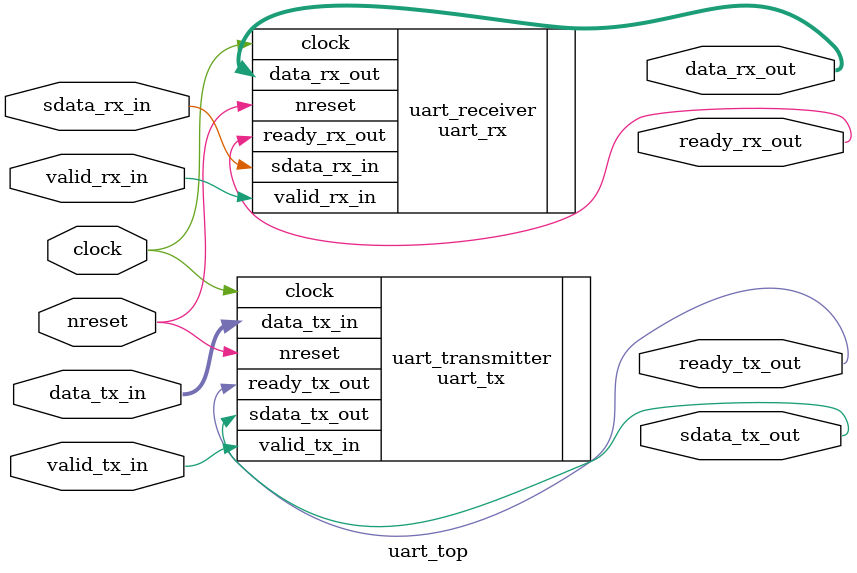
<source format=sv>

module uart_top#(parameter  BYTESIZES = 8, OVERSAMPLING = 16, BAUDRATE = 115200,	COUNTER_CLOCK_INPUT = 100_000_000,CLOCK_REF=10_000_000)(

    input      logic                  clock               ,
    input      logic                  nreset              ,
    //pinout RX   
    input      logic                  sdata_rx_in         ,
    input      logic                  valid_rx_in         ,
    output     logic                  ready_rx_out        ,
    output     logic [BYTESIZES-1:0]  data_rx_out         ,
    //pinout TX
    input      logic                  valid_tx_in         ,
    input      logic [BYTESIZES-1:0]  data_tx_in          ,
    output     logic                  ready_tx_out        ,
    output     logic                  sdata_tx_out            
);
uart_rx #(.BYTESIZES(BYTESIZES), .OVERSAMPLING(OVERSAMPLING), .BAUDRATE(BAUDRATE),	.COUNTER_CLOCK_INPUT(COUNTER_CLOCK_INPUT), .CLOCK_REF(CLOCK_REF)) uart_receiver(
    .clock          (clock                           )             ,
    .nreset         (nreset                          )             ,
    .sdata_rx_in    (sdata_rx_in                     )             ,
    .valid_rx_in    (valid_rx_in                     )             ,
    .ready_rx_out   (ready_rx_out                    )             ,
    .data_rx_out    (data_rx_out                     )       
);
uart_tx #(.BYTESIZES(BYTESIZES), .OVERSAMPLING(1), .BAUDRATE(BAUDRATE),	.COUNTER_CLOCK_INPUT(COUNTER_CLOCK_INPUT), .CLOCK_REF(CLOCK_REF)) uart_transmitter(
   .clock          (clock              )             ,
   .nreset         (nreset             )             ,
   .valid_tx_in    (valid_tx_in        )             ,
   .data_tx_in     (data_tx_in         )             ,
   .ready_tx_out   (ready_tx_out       )             ,
   .sdata_tx_out   (sdata_tx_out       )                
);
endmodule
</source>
